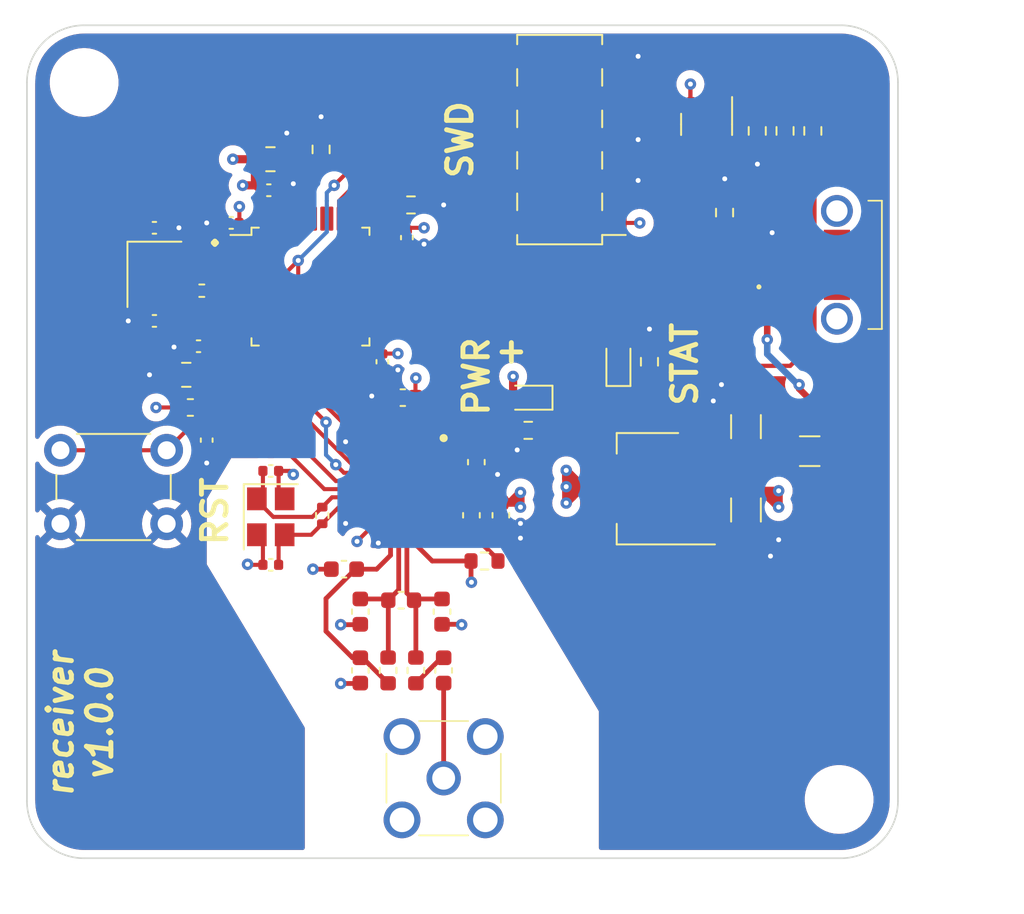
<source format=kicad_pcb>
(kicad_pcb (version 20211014) (generator pcbnew)
  (layers (0 "F.Cu" signal) (1 "In1.Cu" signal) (2 "In2.Cu" signal) (31 "B.Cu" signal) (34 "B.Paste" user) (35 "F.Paste" user) (36 "B.SilkS" user "B.Silkscreen") (37 "F.SilkS" user "F.Silkscreen") (38 "B.Mask" user) (39 "F.Mask" user) (44 "Edge.Cuts" user))
  (net 0 "")
  (net 1 "GND")
  (net 2 "+3V3")
  (net 3 "Net-(C2-Pad1)")
  (net 4 "Net-(C3-Pad2)")
  (net 5 "XC1")
  (net 6 "XC2")
  (net 7 "Net-(C12-Pad1)")
  (net 8 "Net-(C10-Pad2)")
  (net 9 "Net-(C11-Pad1)")
  (net 10 "Net-(C13-Pad1)")
  (net 11 "Net-(C13-Pad2)")
  (net 12 "OSC_IN")
  (net 13 "Net-(C20-Pad1)")
  (net 14 "+3.3VA")
  (net 15 "NRST")
  (net 16 "Net-(D1-Pad1)")
  (net 17 "Net-(D2-Pad1)")
  (net 18 "STATUS")
  (net 19 "+5V")
  (net 20 "TRX_CE")
  (net 21 "PWR_UP")
  (net 22 "UPCLK")
  (net 23 "CD")
  (net 24 "AM")
  (net 25 "DR")
  (net 26 "SPI_MISO")
  (net 27 "SPI_MOSI")
  (net 28 "SPI_SCK")
  (net 29 "SPI_CSN")
  (net 30 "Net-(IC1-Pad23)")
  (net 31 "TX_EN")
  (net 33 "USB_D-")
  (net 34 "USB_D+")
  (net 35 "Net-(J1-Pad4)")
  (net 36 "SWDIO")
  (net 37 "SWCLK")
  (net 38 "SWO")
  (net 41 "Net-(Q1-Pad1)")
  (net 42 "BOOT0")
  (net 43 "OSC_OUT")
  (net 44 "BOOT1")
  (net 45 "USB_PULLUP")
  (footprint "Button_Switch_THT:SW_PUSH_6mm" (layer "F.Cu") (at 118.05 62.02)
    (fp_text reference "SW1")
    (fp_text value "SW_Push")
  )
  (footprint "Package_QFP:LQFP-48_7x7mm_P0.5mm" (layer "F.Cu") (at 133.35 52)
    (fp_text reference "U1")
    (fp_text value "STM32F103C8Tx")
  )
  (footprint "Capacitor_SMD:C_0402_1005Metric" (layer "F.Cu") (at 139.25 49 -90)
    (fp_text reference "C15")
    (fp_text value "100n/0402")
  )
  (footprint "Capacitor_SMD:C_1206_3216Metric" (layer "F.Cu") (at 160 65.675 -90)
    (fp_text reference "C8")
    (fp_text value "22u/1206")
  )
  (footprint "Inductor_SMD:L_0603_1608Metric" (layer "F.Cu") (at 126 59.4)
    (fp_text reference "FB1")
    (fp_text value "100@100MHz/0603")
  )
  (footprint "Capacitor_SMD:C_0603_1608Metric" (layer "F.Cu") (at 135.4 69.3 180)
    (fp_text reference "C7")
    (fp_text value "3.3n/0603")
  )
  (footprint "Inductor_SMD:L_0603_1608Metric" (layer "F.Cu") (at 139.8 75.5 -90)
    (fp_text reference "L2")
    (fp_text value "12n/0603")
  )
  (footprint "LED_SMD:LED_0603_1608Metric" (layer "F.Cu") (at 146.675 58.8 180)
    (fp_text reference "D1")
    (fp_text value "RED")
  )
  (footprint "Resistor_SMD:R_0402_1005Metric" (layer "F.Cu") (at 126.7 52.25)
    (fp_text reference "R5")
    (fp_text value "47R/0402")
  )
  (footprint "Capacitor_SMD:C_0603_1608Metric" (layer "F.Cu") (at 141.4 71.9 90)
    (fp_text reference "C10")
    (fp_text value "3.9p/0603")
  )
  (footprint "Connector_PinHeader_2.54mm:PinHeader_2x05_P2.54mm_Vertical_SMD" (layer "F.Cu") (at 148.6 43 180)
    (fp_text reference "J3")
    (fp_text value "SWD")
  )
  (footprint "Resistor_SMD:R_0603_1608Metric" (layer "F.Cu") (at 144 68.8 180)
    (fp_text reference "R2")
    (fp_text value "22k/0603")
  )
  (footprint "Capacitor_SMD:C_0603_1608Metric" (layer "F.Cu") (at 139 58.797745)
    (fp_text reference "C1")
    (fp_text value "33p/0603")
  )
  (footprint "CONREVSMA001:CONREVSMA001G" (layer "F.Cu") (at 141.5 82.1)
    (fp_text reference "J2")
    (fp_text value "CONREVSMA001-G" hide)
  )
  (footprint "Capacitor_SMD:C_0402_1005Metric" (layer "F.Cu") (at 127 61.4 -90)
    (fp_text reference "C23")
    (fp_text value "100n/0402")
  )
  (footprint "Resistor_SMD:R_0603_1608Metric" (layer "F.Cu") (at 139.5 47)
    (fp_text reference "R6")
    (fp_text value "10k/0603")
  )
  (footprint "Fuse:Fuse_1206_3216Metric" (layer "F.Cu") (at 163.9 62.075 180)
    (fp_text reference "F1")
    (fp_text value "ASMD1206-050")
  )
  (footprint "Capacitor_SMD:C_0805_2012Metric" (layer "F.Cu") (at 130.9 44.2)
    (fp_text reference "C14")
    (fp_text value "10u/0805")
  )
  (footprint "Fiducial:Fiducial_1mm_Mask2mm" (layer "F.Cu") (at 165.7 75.2)
    (fp_text reference "FID2")
    (fp_text value "Fiducial")
  )
  (footprint "Capacitor_SMD:C_0603_1608Metric" (layer "F.Cu") (at 141.5 75.5 -90)
    (fp_text reference "C13")
    (fp_text value "33p/0603")
  )
  (footprint "Inductor_SMD:L_0603_1608Metric" (layer "F.Cu") (at 138.1 75.5 90)
    (fp_text reference "L3")
    (fp_text value "12n/0603")
  )
  (footprint "Capacitor_SMD:C_0402_1005Metric" (layer "F.Cu") (at 123.8 48.4)
    (fp_text reference "C19")
    (fp_text value "10p/0402")
  )
  (footprint "Resistor_SMD:R_0603_1608Metric" (layer "F.Cu") (at 146.675 60.8 180)
    (fp_text reference "R3")
    (fp_text value "1k5/0603")
  )
  (footprint "Resistor_SMD:R_0603_1608Metric" (layer "F.Cu") (at 164.09 42.4675 90)
    (fp_text reference "R9")
    (fp_text value "10k/0603")
  )
  (footprint "Capacitor_SMD:C_0402_1005Metric" (layer "F.Cu") (at 130.92 63.285)
    (fp_text reference "C4")
    (fp_text value "10p/0402")
  )
  (footprint "nrf905:nrf905" (layer "F.Cu") (at 139 64.15 -90)
    (fp_text reference "IC1")
    (fp_text value "nRF905" hide)
  )
  (footprint "Resistor_SMD:R_0402_1005Metric" (layer "F.Cu") (at 134.07 66.01 90)
    (fp_text reference "R1")
    (fp_text value "1M/0402")
  )
  (footprint "Inductor_SMD:L_0603_1608Metric" (layer "F.Cu") (at 138.9 71.2 180)
    (fp_text reference "L1")
    (fp_text value "12n/0603")
  )
  (footprint "Capacitor_SMD:C_0603_1608Metric" (layer "F.Cu") (at 136.4 71.9 -90)
    (fp_text reference "C11")
    (fp_text value "3.9p/0603")
  )
  (footprint "Package_TO_SOT_SMD:SOT-223-3_TabPin2" (layer "F.Cu") (at 154 64.375 180)
    (fp_text reference "U2")
    (fp_text value "AMS1117-3.3")
  )
  (footprint "Resistor_SMD:R_0603_1608Metric" (layer "F.Cu") (at 154.09375 56.6 90)
    (fp_text reference "R7")
    (fp_text value "1k5/0603")
  )
  (footprint "Crystal:Crystal_SMD_3225-4Pin_3.2x2.5mm" (layer "F.Cu") (at 123.8 51.25 -90)
    (fp_text reference "X2")
    (fp_text value "16MHZ")
  )
  (footprint "Capacitor_SMD:C_0603_1608Metric" (layer "F.Cu") (at 143.2 66 -90)
    (fp_text reference "C6")
    (fp_text value "33p/0603")
  )
  (footprint "Capacitor_SMD:C_0402_1005Metric" (layer "F.Cu") (at 123.8 54.1 180)
    (fp_text reference "C20")
    (fp_text value "10p/0402")
  )
  (footprint "Capacitor_SMD:C_0603_1608Metric" (layer "F.Cu") (at 136.4 75.5 -90)
    (fp_text reference "C12")
    (fp_text value "33p/0603")
  )
  (footprint "MountingHole:MountingHole_3.2mm_M3" (layer "F.Cu") (at 119.5 39.5)
    (fp_text reference "H1")
    (fp_text value "MountingHole")
  )
  (footprint "Capacitor_SMD:C_0402_1005Metric" (layer "F.Cu") (at 126.5 55.65 180)
    (fp_text reference "C22")
    (fp_text value "10n/0402")
  )
  (footprint "10118193-0001LF:101181930001LF" (layer "F.Cu") (at 165.49 50.6675 90)
    (fp_text reference "J1")
    (fp_text value "USB_B_Micro" hide)
  )
  (footprint "Crystal:Crystal_SMD_3225-4Pin_3.2x2.5mm" (layer "F.Cu") (at 130.92 66.095 -90)
    (fp_text reference "X1")
    (fp_text value "16MHZ")
  )
  (footprint "Capacitor_SMD:C_0805_2012Metric" (layer "F.Cu") (at 125.75 57.4 180)
    (fp_text reference "C21")
    (fp_text value "10u/0805")
  )
  (footprint "Resistor_SMD:R_0603_1608Metric" (layer "F.Cu") (at 160.69 42.4675 -90)
    (fp_text reference "R10")
    (fp_text value "36k/0603")
  )
  (footprint "Capacitor_SMD:C_0603_1608Metric" (layer "F.Cu") (at 143.5 62.747745 90)
    (fp_text reference "C3")
    (fp_text value "10n/0603")
  )
  (footprint "Package_TO_SOT_SMD:SOT-23" (layer "F.Cu") (at 157.59 42.0675 -90)
    (fp_text reference "Q1")
    (fp_text value "MMBT9013")
  )
  (footprint "Resistor_SMD:R_0603_1608Metric" (layer "F.Cu") (at 158.69 47.4675 90)
    (fp_text reference "R8")
    (fp_text value "100R/0603")
  )
  (footprint "Capacitor_SMD:C_0402_1005Metric" (layer "F.Cu") (at 128.5 48.1 180)
    (fp_text reference "C18")
    (fp_text value "100n/0402")
  )
  (footprint "Fiducial:Fiducial_1mm_Mask2mm" (layer "F.Cu") (at 126.9 39.4)
    (fp_text reference "FID1")
    (fp_text value "Fiducial")
  )
  (footprint "Capacitor_SMD:C_0402_1005Metric" (layer "F.Cu") (at 130.8 46.1)
    (fp_text reference "C17")
    (fp_text value "100n/0402")
  )
  (footprint "Resistor_SMD:R_0603_1608Metric" (layer "F.Cu") (at 134 43.6 90)
    (fp_text reference "R4")
    (fp_text value "10k/0603")
  )
  (footprint "Resistor_SMD:R_0603_1608Metric" (layer "F.Cu") (at 162.39 42.4675 -90)
    (fp_text reference "R11")
    (fp_text value "100R/0603")
  )
  (footprint "LED_SMD:LED_0603_1608Metric" (layer "F.Cu") (at 152.19375 56.6 90)
    (fp_text reference "D2")
    (fp_text value "RED")
  )
  (footprint "Capacitor_SMD:C_1206_3216Metric" (layer "F.Cu") (at 160 60.575 90)
    (fp_text reference "C2")
    (fp_text value "22u/1206")
  )
  (footprint "Capacitor_SMD:C_0402_1005Metric" (layer "F.Cu") (at 130.92 69.035 180)
    (fp_text reference "C5")
    (fp_text value "10p/0402")
  )
  (footprint "MountingHole:MountingHole_3.2mm_M3" (layer "F.Cu") (at 165.7 83.4)
    (fp_text reference "H3")
    (fp_text value "MountingHole")
  )
  (footprint "Capacitor_SMD:C_0402_1005Metric" (layer "F.Cu") (at 137.75 56.6 -90)
    (fp_text reference "C16")
    (fp_text value "100n/0402")
  )
  (footprint "Capacitor_SMD:C_0603_1608Metric" (layer "F.Cu") (at 145 66 -90)
    (fp_text reference "C9")
    (fp_text value "4.7n/0603")
  )
  (gr_line (start 119.5 87) (end 165.8 87) (layer "Edge.Cuts") (width 0.1))
  (gr_arc (start 116 39.5) (mid 117.025126 37.025126) (end 119.5 36) (layer "Edge.Cuts") (width 0.1))
  (gr_line (start 116 39.5) (end 116 83.5) (layer "Edge.Cuts") (width 0.1))
  (gr_arc (start 119.5 87) (mid 117.025126 85.974874) (end 116 83.5) (layer "Edge.Cuts") (width 0.1))
  (gr_arc (start 165.8 36) (mid 168.274874 37.025126) (end 169.3 39.5) (layer "Edge.Cuts") (width 0.1))
  (gr_line (start 165.8 36) (end 119.5 36) (layer "Edge.Cuts") (width 0.1))
  (gr_arc (start 169.3 83.5) (mid 168.274874 85.974874) (end 165.8 87) (layer "Edge.Cuts") (width 0.1))
  (gr_line (start 169.3 83.5) (end 169.3 39.5) (layer "Edge.Cuts") (width 0.1))
  (gr_text "PWR" (at 143.5 57.5 90) (layer "F.SilkS") (effects (font (size 1.5 1.5) (thickness 0.3))))
  (gr_text "RST" (at 127.5 65.75 90) (layer "F.SilkS") (effects (font (size 1.5 1.5) (thickness 0.3))))
  (gr_text "receiver\nv1.0.0" (at 119.25 78.75 90) (layer "F.SilkS") (effects (font (size 1.5 1.5) (thickness 0.3) italic)))
  (gr_text "SWD" (at 142.5 43 90) (layer "F.SilkS") (effects (font (size 1.5 1.5) (thickness 0.3))))
  (gr_text "." (at 127.5 48.5) (layer "F.SilkS") (effects (font (size 2 2) (thickness 0.3))))
  (gr_text "STAT" (at 156.25 56.75 90) (layer "F.SilkS") (effects (font (size 1.5 1.5) (thickness 0.3))))
  (gr_text "+" (at 145.75 56 270) (layer "F.SilkS") (effects (font (size 1.5 1.5) (thickness 0.3))))
  (segment (start 131.9 44.15) (end 131.85 44.2) (width 0.5) (layer "F.Cu") (net 1))
  (segment (start 161.5 68.5) (end 161.5 68) (width 0.5) (layer "F.Cu") (net 1))
  (segment (start 124.28 49.78) (end 124.65 50.15) (width 0.25) (layer "F.Cu") (net 1))
  (segment (start 160.35 67.5) (end 160 67.15) (width 0.5) (layer "F.Cu") (net 1))
  (segment (start 135.6 56.1625) (end 135.6 56.965006) (width 0.25) (layer "F.Cu") (net 1))
  (segment (start 138.75 61.7) (end 138.75 59.322745) (width 0.25) (layer "F.Cu") (net 1))
  (segment (start 128.249276 52.75) (end 126.02 54.979276) (width 0.25) (layer "F.Cu") (net 1))
  (segment (start 160 67.15) (end 157.625 67.15) (width 0.5) (layer "F.Cu") (net 1))
  (segment (start 131.9 42.6) (end 131.9 44.15) (width 0.5) (layer "F.Cu") (net 1))
  (segment (start 144.777255 63.522745) (end 144.8 63.5) (width 0.25) (layer "F.Cu") (net 1))
  (segment (start 132.3 45.7) (end 131.68 45.7) (width 0.5) (layer "F.Cu") (net 1))
  (segment (start 137.1 58.7) (end 138.127255 58.7) (width 0.25) (layer "F.Cu") (net 1))
  (segment (start 143.5 63.522745) (end 144.777255 63.522745) (width 0.25) (layer "F.Cu") (net 1))
  (segment (start 135.6 56.965006) (end 135.934994 57.3) (width 0.25) (layer "F.Cu") (net 1))
  (segment (start 131.1 47.8375) (end 131.1 46.28) (width 0.25) (layer "F.Cu") (net 1))
  (segment (start 135.2 72.7) (end 136.375 72.7) (width 0.29337) (layer "F.Cu") (net 1))
  (segment (start 137.75 57.08) (end 138.68 57.08) (width 0.25) (layer "F.Cu") (net 1))
  (segment (start 151.165 45.5) (end 151.125 45.54) (width 0.25) (layer "F.Cu") (net 1))
  (segment (start 131.85 44.2) (end 131.85 45.53) (width 0.5) (layer "F.Cu") (net 1))
  (segment (start 141.45 63.4) (end 143.377255 63.4) (width 0.25) (layer "F.Cu") (net 1))
  (segment (start 141.4 72.675) (end 142.575 72.675) (width 0.29337) (layer "F.Cu") (net 1))
  (segment (start 139.75 66.6) (end 139.75 67.75) (width 0.29337) (layer "F.Cu") (net 1))
  (segment (start 143.175 70.075) (end 143.2 70.1) (width 0.29337) (layer "F.Cu") (net 1))
  (segment (start 124.28 48.4) (end 124.28 49.78) (width 0.25) (layer "F.Cu") (net 1))
  (segment (start 153.4 37.9) (end 151.145 37.9) (width 0.25) (layer "F.Cu") (net 1))
  (segment (start 135.934994 57.3) (end 137.53 57.3) (width 0.25) (layer "F.Cu") (net 1))
  (segment (start 151.145 37.9) (end 151.125 37.92) (width 0.25) (layer "F.Cu") (net 1))
  (segment (start 129.535 69.035) (end 129.5 69) (width 0.25) (layer "F.Cu") (net 1))
  (segment (start 125 55.7) (end 125.97 55.7) (width 0.25) (layer "F.Cu") (net 1))
  (segment (start 138.68 57.08) (end 138.7 57.1) (width 0.25) (layer "F.Cu") (net 1))
  (segment (start 136.55 65.9) (end 136.1 65.9) (width 0.25) (layer "F.Cu") (net 1))
  (segment (start 129.1875 52.75) (end 128.249276 52.75) (width 0.25) (layer "F.Cu") (net 1))
  (segment (start 158.69 46.6425) (end 158.69 45.41) (width 0.261112) (layer "F.Cu") (net 1))
  (segment (start 123.32 54.1) (end 123.32 52.72) (width 0.25) (layer "F.Cu") (net 1))
  (segment (start 145.925 66.775) (end 146.2 66.5) (width 0.5) (layer "F.Cu") (net 1))
  (segment (start 154.09375 55.775) (end 154.09375 54.6) (width 0.25) (layer "F.Cu") (net 1))
  (segment (start 139.33 49.4) (end 139.25 49.48) (width 0.25) (layer "F.Cu") (net 1))
  (segment (start 140.75 66.6) (end 144.825 66.6) (width 0.25) (layer "F.Cu") (net 1))
  (segment (start 130.44 69.035) (end 130.44 67.565) (width 0.25) (layer "F.Cu") (net 1))
  (segment (start 131.85 45.53) (end 131.28 46.1) (width 0.5) (layer "F.Cu") (net 1))
  (segment (start 162.89 49.3675) (end 162.2675 49.3675) (width 0.261112) (layer "F.Cu") (net 1))
  (segment (start 124.28 48.4) (end 125.3 48.4) (width 0.25) (layer "F.Cu") (net 1))
  (segment (start 131.4 63.285) (end 132.085 63.285) (width 0.25) (layer "F.Cu") (net 1))
  (segment (start 137.75 67.45) (end 137.5 67.7) (width 0.25) (layer "F.Cu") (net 1))
  (segment (start 158.5 58) (end 158.5 58.5) (width 0.5) (layer "F.Cu") (net 1))
  (segment (start 131.4 64.625) (end 131.77 64.995) (width 0.25) (layer "F.Cu") (net 1))
  (segment (start 133.5 69.3) (end 134.625 69.3) (width 0.29337) (layer "F.Cu") (net 1))
  (segment (start 137.5125 49.75) (end 138.98 49.75) (width 0.25) (layer "F.Cu") (net 1))
  (segment (start 153.4 45.5) (end 151.165 45.5) (width 0.25) (layer "F.Cu") (net 1))
  (segment (start 127 48.1) (end 128.02 48.1) (width 0.25) (layer "F.Cu") (net 1))
  (segment (start 160 59.1) (end 159.9 59) (width 0.5) (layer "F.Cu") (net 1))
  (segment (start 136.4 62.4) (end 135.5 61.5) (width 0.25) (layer "F.Cu") (net 1))
  (segment (start 137.75 66.6) (end 137.75 67.45) (width 0.3) (layer "F.Cu") (net 1))
  (segment (start 160.65 67.15) (end 160 67.15) (width 0.5) (layer "F.Cu") (net 1))
  (segment (start 130.44 67.565) (end 130.07 67.195) (width 0.25) (layer "F.Cu") (net 1))
  (segment (start 134 41.6) (end 134 42.775) (width 0.25) (layer "F.Cu") (net 1))
  (segment (start 138.98 49.75) (end 139.25 49.48) (width 0.25) (layer "F.Cu") (net 1))
  (segment (start 136.1 65.9) (end 135.5 66.5) (width 0.25) (layer "F.Cu") (net 1))
  (segment (start 162 67.5) (end 162 68) (width 0.5) (layer "F.Cu") (net 1))
  (segment (start 157.625 67.15) (end 157.15 66.675) (width 0.5) (layer "F.Cu") (net 1))
  (segment (start 162 67.5) (end 160.35 67.5) (width 0.5) (layer "F.Cu") (net 1))
  (segment (start 146.2 66.5) (end 146.2 67.4) (width 0.5) (layer "F.Cu") (net 1))
  (segment (start 143.175 68.8) (end 143.175 70.075) (width 0.29337) (layer "F.Cu") (net 1))
  (segment (start 123.5 57.4) (end 124.8 57.4) (width 0.25) (layer "F.Cu") (net 1))
  (segment (start 138.75 59.322745) (end 138.225 58.797745) (width 0.25) (layer "F.Cu") (net 1))
  (segment (start 146 62) (end 146 60.95) (width 0.5) (layer "F.Cu") (net 1))
  (segment (start 159.9 59) (end 158.5 59) (width 0.5) (layer "F.Cu") (net 1))
  (segment (start 144.825 66.6) (end 145 66.775) (width 0.25) (layer "F.Cu") (net 1))
  (segment (start 142.575 72.675) (end 142.6 72.7) (width 0.29337) (layer "F.Cu") (net 1))
  (segment (start 136.375 72.7) (end 136.4 72.675) (width 0.29337) (layer "F.Cu") (net 1))
  (segment (start 159 59) (end 159.9 59) (width 0.5) (layer "F.Cu") (net 1))
  (segment (start 162 68) (end 161.5 68.5) (width 0.5) (layer "F.Cu") (net 1))
  (segment (start 125.97 55.7) (end 126.02 55.65) (width 0.25) (layer "F.Cu") (net 1))
  (segment (start 141.45 65.4) (end 141.45 63.4) (width 0.25) (layer "F.Cu") (net 1))
  (segment (start 145 66.775) (end 145.475 66.775) (width 0.5) (layer "F.Cu") (net 1))
  (segment (start 161.5 68) (end 162 67.5) (width 0.5) (layer "F.Cu") (net 1))
  (segment (start 145.475 66.775) (end 146.1 67.4) (width 0.5) (layer "F.Cu") (net 1))
  (segment (start 140.8 68.8) (end 143.175 68.8) (width 0.29337) (layer "F.Cu") (net 1))
  (segment (start 158.5 58) (end 159 58.5) (width 0.5) (layer "F.Cu") (net 1))
  (segment (start 122.2 54.1) (end 123.32 54.1) (width 0.25) (layer "F.Cu") (net 1))
  (segment (start 158 59) (end 158.5 59) (width 0.5) (layer "F.Cu") (net 1))
  (segment (start 138.127255 58.7) (end 138.225 58.797745) (width 0.25) (layer "F.Cu") (net 1))
  (segment (start 132.085 63.285) (end 132.3 63.5) (width 0.25) (layer "F.Cu") (net 1))
  (segment (start 126.02 54.979276) (end 126.02 55.65) (width 0.25) (layer "F.Cu") (net 1))
  (segment (start 158.5 58.5) (end 159 59) (width 0.5) (layer "F.Cu") (net 1))
  (segment (start 127 61.88) (end 127 62.8) (width 0.25) (layer "F.Cu") (net 1))
  (segment (start 143.377255 63.4) (end 143.5 63.522745) (width 0.25) (layer "F.Cu") (net 1))
  (segment (start 136.375 76.3) (end 136.4 76.275) (width 0.29337) (layer "F.Cu") (net 1))
  (segment (start 145 66.775) (end 145.925 66.775) (width 0.5) (layer "F.Cu") (net 1))
  (segment (start 161.5 68) (end 160.65 67.15) (width 0.5) (layer "F.Cu") (net 1))
  (segment (start 159 58.5) (end 159 59) (width 0.5) (layer "F.Cu") (net 1))
  (segment (start 158.5 59) (end 159 59) (width 0.5) (layer "F.Cu") (net 1))
  (segment (start 136.55 62.4) (end 136.4 62.4) (width 0.25) (layer "F.Cu") (net 1))
  (segment (start 158.5 58.5) (end 158 59) (width 0.5) (layer "F.Cu") (net 1))
  (segment (start 146 60.95) (end 145.85 60.8) (width 0.5) (layer "F.Cu") (net 1))
  (segment (start 160.69 43.2925) (end 160.69 44.49) (width 0.261112) (layer "F.Cu") (net 1))
  (segment (start 130.44 69.035) (end 129.535 69.035) (width 0.25) (layer "F.Cu") (net 1))
  (segment (start 140.3 49.4) (end 139.33 49.4) (width 0.25) (layer "F.Cu") (net 1))
  (segment (start 139.75 67.75) (end 140.8 68.8) (width 0.29337) (layer "F.Cu") (net 1))
  (segment (start 137.53 57.3) (end 137.75 57.08) (width 0.25) (layer "F.Cu") (net 1))
  (segment (start 140.325 47) (end 141.5 47) (width 0.25) (layer "F.Cu") (net 1))
  (segment (start 153.4 43) (end 151.125 43) (width 0.25) (layer "F.Cu") (net 1))
  (segment (start 131.4 63.285) (end 131.4 64.625) (width 0.25) (layer "F.Cu") (net 1))
  (segment (start 160.69 44.49) (end 160.7 44.5) (width 0.261112) (layer "F.Cu") (net 1))
  (segment (start 131.1 46.28) (end 131.28 46.1) (width 0.25) (layer "F.Cu") (net 1))
  (segment (start 123.32 52.72) (end 122.95 52.35) (width 0.25) (layer "F.Cu") (net 1))
  (segment (start 131.68 45.7) (end 131.28 46.1) (width 0.5) (layer "F.Cu") (net 1))
  (segment (start 146.1 67.4) (end 146.2 67.4) (width 0.5) (layer "F.Cu") (net 1))
  (segment (start 135.2 76.3) (end 136.375 76.3) (width 0.29337) (layer "F.Cu") (net 1))
  (segment (start 162.2675 49.3675) (end 161.6 48.7) (width 0.261112) (layer "F.Cu") (net 1))
  (segment (start 158.69 45.41) (end 158.7 45.4) (width 0.261112) (layer "F.Cu") (net 1))
  (via (at 137.1 58.7) (size 0.7) (drill 0.3) (layers "F.Cu" "B.Cu") (net 1))
  (via (at 146 62) (size 0.7) (drill 0.3) (layers "F.Cu" "B.Cu") (net 1))
  (via (at 158.5 58) (size 0.7) (drill 0.3) (layers "F.Cu" "B.Cu") (net 1))
  (via (at 138.7 57.1) (size 0.7) (drill 0.3) (layers "F.Cu" "B.Cu") (net 1))
  (via (at 132.3 63.5) (size 0.7) (drill 0.3) (layers "F.Cu" "B.Cu") (net 1))
  (via (at 153.4 45.5) (size 0.7) (drill 0.3) (layers "F.Cu" "B.Cu") (net 1))
  (via (at 140.3 49.4) (size 0.7) (drill 0.3) (layers "F.Cu" "B.Cu") (net 1))
  (via (at 146.2 66.5) (size 0.7) (drill 0.3) (layers "F.Cu" "B.Cu") (net 1))
  (via (at 129.5 69) (size 0.7) (drill 0.3) (layers "F.Cu" "B.Cu") (net 1))
  (via (at 137.5 67.7) (size 0.7) (drill 0.3) (layers "F.Cu" "B.Cu") (net 1))
  (via (at 133.5 69.3) (size 0.7) (drill 0.3) (layers "F.Cu" "B.Cu") (net 1))
  (via (at 160.7 44.5) (size 0.7) (drill 0.3) (layers "F.Cu" "B.Cu") (net 1))
  (via (at 125.3 48.4) (size 0.7) (drill 0.3) (layers "F.Cu" "B.Cu") (net 1))
  (via (at 122.2 54.1) (size 0.7) (drill 0.3) (layers "F.Cu" "B.Cu") (net 1))
  (via (at 135.5 66.5) (size 0.7) (drill 0.3) (layers "F.Cu" "B.Cu") (net 1))
  (via (at 134 41.6) (size 0.7) (drill 0.3) (layers "F.Cu" "B.Cu") (net 1))
  (via (at 162 67.5) (size 0.7) (drill 0.3) (layers "F.Cu" "B.Cu") (net 1))
  (via (at 143.2 70.1) (size 0.7) (drill 0.3) (layers "F.Cu" "B.Cu") (net 1))
  (via (at 142.6 72.7) (size 0.7) (drill 0.3) (layers "F.Cu" "B.Cu") (net 1))
  (via (at 132.3 45.7) (size 0.7) (drill 0.3) (layers "F.Cu" "B.Cu") (net 1))
  (via (at 131.9 42.6) (size 0.7) (drill 0.3) (layers "F.Cu" "B.Cu") (net 1))
  (via (at 158 59) (size 0.7) (drill 0.3) (layers "F.Cu" "B.Cu") (net 1))
  (via (at 144.8 63.5) (size 0.7) (drill 0.3) (layers "F.Cu" "B.Cu") (net 1))
  (via (at 135.2 76.3) (size 0.7) (drill 0.3) (layers "F.Cu" "B.Cu") (net 1))
  (via (at 135.5 61.5) (size 0.7) (drill 0.3) (layers "F.Cu" "B.Cu") (net 1))
  (via (at 154.09375 54.6) (size 0.7) (drill 0.3) (layers "F.Cu" "B.Cu") (net 1))
  (via (at 125 55.7) (size 0.7) (drill 0.3) (layers "F.Cu" "B.Cu") (net 1))
  (via (at 153.4 37.9) (size 0.7) (drill 0.3) (layers "F.Cu" "B.Cu") (net 1))
  (via (at 146.2 67.4) (size 0.7) (drill 0.3) (layers "F.Cu" "B.Cu") (net 1))
  (via (at 127 48.1) (size 0.7) (drill 0.3) (layers "F.Cu" "B.Cu") (net 1))
  (via (at 153.4 43) (size 0.7) (drill 0.3) (layers "F.Cu" "B.Cu") (net 1))
  (via (at 141.5 47) (size 0.7) (drill 0.3) (layers "F.Cu" "B.Cu") (net 1))
  (via (at 123.5 57.4) (size 0.7) (drill 0.3) (layers "F.Cu" "B.Cu") (net 1))
  (via (at 158.7 45.4) (size 0.7) (drill 0.3) (layers "F.Cu" "B.Cu") (net 1))
  (via (at 135.2 72.7) (size 0.7) (drill 0.3) (layers "F.Cu" "B.Cu") (net 1))
  (via (at 127 62.8) (size 0.7) (drill 0.3) (layers "F.Cu" "B.Cu") (net 1))
  (via (at 161.6 48.7) (size 0.7) (drill 0.3) (layers "F.Cu" "B.Cu") (net 1))
  (via (at 161.5 68.5) (size 0.7) (drill 0.3) (layers "F.Cu" "B.Cu") (net 1))
  (segment (start 130.02 45.8) (end 130.32 46.1) (width 0.5) (layer "F.Cu") (net 2))
  (segment (start 136.1 56.1625) (end 137.7075 56.1625) (width 0.25) (layer "F.Cu") (net 2))
  (segment (start 150.125 64.375) (end 150.85 64.375) (width 0.5) (layer "F.Cu") (net 2))
  (segment (start 129.95 45.73) (end 130.32 46.1) (width 0.5) (layer "F.Cu") (net 2))
  (segment (start 149 63.75) (end 149.375 64.125) (width 0.5) (layer "F.Cu") (net 2))
  (segment (start 130.6 46.38) (end 130.32 46.1) (width 0.25) (layer "F.Cu") (net 2))
  (segment (start 139.25 59.322745) (end 139.775 58.797745) (width 0.25) (layer "F.Cu") (net 2))
  (segment (start 137.5125 49.25) (end 137.95 49.25) (width 0.25) (layer "F.Cu") (net 2))
  (segment (start 149 64.25) (end 150.725 64.25) (width 0.5) (layer "F.Cu") (net 2))
  (segment (start 150.725 64.25) (end 150.85 64.375) (width 0.5) (layer "F.Cu") (net 2))
  (segment (start 145.925 65.225) (end 146.2 65.5) (width 0.5) (layer "F.Cu") (net 2))
  (segment (start 159.825 64.375) (end 160 64.2) (width 0.5) (layer "F.Cu") (net 2))
  (segment (start 162 64.5) (end 160.3 64.5) (width 0.5) (layer "F.Cu") (net 2))
  (segment (start 137.25 66.6) (end 137.2 66.6) (width 0.25) (layer "F.Cu") (net 2))
  (segment (start 149 65.25) (end 149.375 64.875) (width 0.5) (layer "F.Cu") (net 2))
  (segment (start 149 63.25) (end 149 65.25) (width 0.5) (layer "F.Cu") (net 2))
  (segment (start 145.575 65.225) (end 146.2 64.6) (width 0.5) (layer "F.Cu") (net 2))
  (segment (start 149.75 64.25) (end 150.725 64.25) (width 0.5) (layer "F.Cu") (net 2))
  (segment (start 128.6 44.2) (end 129.95 44.2) (width 0.5) (layer "F.Cu") (net 2))
  (segment (start 138.7 56.1) (end 137.77 56.1) (width 0.25) (layer "F.Cu") (net 2))
  (segment (start 123.9 59.4) (end 125.2125 59.4) (width 0.25) (layer "F.Cu") (net 2))
  (segment (start 162 65.5) (end 162 64.5) (width 0.5) (layer "F.Cu") (net 2))
  (segment (start 162 64.5) (end 161.5 65) (width 0.5) (layer "F.Cu") (net 2))
  (segment (start 128.98 48.1) (end 128.98 49.0425) (width 0.25) (layer "F.Cu") (net 2))
  (segment (start 137.2 66.6) (end 136.2 67.6) (width 0.25) (layer "F.Cu") (net 2))
  (segment (start 160.3 64.5) (end 160 64.2) (width 0.5) (layer "F.Cu") (net 2))
  (segment (start 149.375 64.125) (end 149.375 64.875) (width 0.5) (layer "F.Cu") (net 2))
  (segment (start 139.25 61.7) (end 139.25 59.322745) (width 0.25) (layer "F.Cu") (net 2))
  (segment (start 149 63.25) (end 149 63.75) (width 0.5) (layer "F.Cu") (net 2))
  (segment (start 140.3 48.4) (end 139.37 48.4) (width 0.25) (layer "F.Cu") (net 2))
  (segment (start 151.145 48.1) (end 151.125 48.08) (width 0.25) (layer "F.Cu") (net 2))
  (segment (start 149.375 64.875) (end 149.75 64.5) (width 0.5) (layer "F.Cu") (net 2))
  (segment (start 137.95 49.25) (end 138.68 48.52) (width 0.25) (layer "F.Cu") (net 2))
  (segment (start 161.5 65) (end 160.7 64.2) (width 0.5) (layer "F.Cu") (net 2))
  (segment (start 149 63.25) (end 150.125 64.375) (width 0.5) (layer "F.Cu") (net 2))
  (segment (start 130.6 47.8375) (end 130.6 46.38) (width 0.25) (layer "F.Cu") (net 2))
  (segment (start 145.75 58.6625) (end 145.8875 58.8) (width 0.5) (layer "F.Cu") (net 2))
  (segment (start 162 65.5) (end 161.5 65) (width 0.5) (layer "F.Cu") (net 2))
  (segment (start 160.7 64.2) (end 160 64.2) (width 0.5) (layer "F.Cu") (net 2))
  (segment (start 146.2 65.5) (end 146.2 64.6) (width 0.5) (layer "F.Cu") (net 2))
  (segment (start 137.77 56.1) (end 137.75 56.12) (width 0.25) (layer "F.Cu") (net 2))
  (segment (start 129.95 44.2) (end 129.95 45.73) (width 0.5) (layer "F.Cu") (net 2))
  (segment (start 139.775 57.625) (end 139.8 57.6) (width 0.25) (layer "F.Cu") (net 2))
  (segment (start 139.37 48.4) (end 139.25 48.52) (width 0.25) (layer "F.Cu") (net 2))
  (segment (start 145 65.225) (end 145.575 65.225) (width 0.5) (layer "F.Cu") (net 2))
  (segment (start 145.75 57.5) (end 145.75 58.6625) (width 0.5) (layer "F.Cu") (net 2))
  (segment (start 138.68 48.52) (end 139.25 48.52) (width 0.25) (layer "F.Cu") (net 2))
  (segment (start 156.6 41.09) (end 156.64 41.13) (width 0.261112) (layer "F.Cu") (net 2))
  (segment (start 145 65.225) (end 145.925 65.225) (width 0.5) (layer "F.Cu") (net 2))
  (segment (start 156.6 39.6) (end 156.6 41.09) (width 0.261112) (layer "F.Cu") (net 2))
  (segment (start 142.525 65.9) (end 143.2 65.225) (width 0.25) (layer "F.Cu") (net 2))
  (segment (start 129 47.1) (end 129 48.08) (width 0.25) (layer "F.Cu") (net 2))
  (segment (start 128.98 49.0425) (end 129.1875 49.25) (width 0.25) (layer "F.Cu") (net 2))
  (segment (start 137.7075 56.1625) (end 137.75 56.12) (width 0.25) (layer "F.Cu") (net 2))
  (segment (start 143.2 65.225) (end 145 65.225) (width 0.25) (layer "F.Cu") (net 2))
  (segment (start 157.15 64.375) (end 159.825 64.375) (width 0.5) (layer "F.Cu") (net 2))
  (segment (start 129.2 45.8) (end 130.02 45.8) (width 0.5) (layer "F.Cu") (net 2))
  (segment (start 129 48.08) (end 128.98 48.1) (width 0.25) (layer "F.Cu") (net 2))
  (segment (start 153.5 48.1) (end 151.145 48.1) (width 0.25) (layer "F.Cu") (net 2))
  (segment (start 141.45 65.9) (end 142.525 65.9) (width 0.25) (layer "F.Cu") (net 2))
  (segment (start 149.75 64.5) (end 149.75 64.25) (width 0.5) (layer "F.Cu") (net 2))
  (segment (start 139.775 58.797745) (end 139.775 57.625) (width 0.25) (layer "F.Cu") (net 2))
  (via (at 138.7 56.1) (size 0.7) (drill 0.3) (layers "F.Cu" "B.Cu") (net 2))
  (via (at 136.2 67.6) (size 0.7) (drill 0.3) (layers "F.Cu" "B.Cu") (net 2))
  (via (at 149 64.25) (size 0.7) (drill 0.3) (layers "F.Cu" "B.Cu") (net 2))
  (via (at 145.75 57.5) (size 0.7) (drill 0.3) (layers "F.Cu" "B.Cu") (net 2))
  (via (at 123.9 59.4) (size 0.7) (drill 0.3) (layers "F.Cu" "B.Cu") (net 2))
  (via (at 162 65.5) (size 0.7) (drill 0.3) (layers "F.Cu" "B.Cu") (net 2))
  (via (at 153.5 48.1) (size 0.7) (drill 0.3) (layers "F.Cu" "B.Cu") (net 2))
  (via (at 156.6 39.6) (size 0.7) (drill 0.3) (layers "F.Cu" "B.Cu") (net 2))
  (via (at 146.2 65.5) (size 0.7) (drill 0.3) (layers "F.Cu" "B.Cu") (net 2))
  (via (at 129 47.1) (size 0.7) (drill 0.3) (layers "F.Cu" "B.Cu") (net 2))
  (via (at 129.2 45.8) (size 0.7) (drill 0.3) (layers "F.Cu" "B.Cu") (net 2))
  (via (at 162 64.5) (size 0.7) (drill 0.3) (layers "F.Cu" "B.Cu") (net 2))
  (via (at 149 63.25) (size 0.7) (drill 0.3) (layers "F.Cu" "B.Cu") (net 2))
  (via (at 149 65.25) (size 0.7) (drill 0.3) (layers "F.Cu" "B.Cu") (net 2))
  (via (at 139.8 57.6) (size 0.7) (drill 0.3) (layers "F.Cu" "B.Cu") (net 2))
  (via (at 128.6 44.2) (size 0.7) (drill 0.3) (layers "F.Cu" "B.Cu") (net 2))
  (via (at 140.3 48.4) (size 0.7) (drill 0.3) (layers "F.Cu" "B.Cu") (net 2))
  (via (at 146.2 64.6) (size 0.7) (drill 0.3) (layers "F.Cu" "B.Cu") (net 2))
  (segment (start 157.15 62.075) (end 159.975 62.075) (width 0.5) (layer "F.Cu") (net 3))
  (segment (start 162.5 62.075) (end 160.025 62.075) (width 0.5) (layer "F.Cu") (net 3))
  (segment (start 160.025 62.075) (end 160 62.05) (width 0.5) (layer "F.Cu") (net 3))
  (segment (start 159.975 62.075) (end 160 62.05) (width 0.5) (layer "F.Cu") (net 3))
  (segment (start 141.45 62.9) (end 142.572745 62.9) (width 0.25) (layer "F.Cu") (net 4))
  (segment (start 142.572745 62.9) (end 143.5 61.972745) (width 0.25) (layer "F.Cu") (net 4))
  (segment (start 133.47 66.1) (end 131.075 66.1) (width 0.25) (layer "F.Cu") (net 5))
  (segment (start 130.07 65.095) (end 130.07 64.995) (width 0.25) (layer "F.Cu") (net 5))
  (segment (start 134.67 64.9) (end 134.07 65.5) (width 0.25) (layer "F.Cu") (net 5))
  (segment (start 136.55 64.9) (end 134.67 64.9) (width 0.25) (layer "F.Cu") (net 5))
  (segment (start 130.44 64.625) (end 130.07 64.995) (width 0.25) (layer "F.Cu") (net 5))
  (segment (start 134.07 65.5) (end 133.47 66.1) (width 0.25) (layer "F.Cu") (net 5))
  (segment (start 130.44 63.285) (end 130.44 64.625) (width 0.25) (layer "F.Cu") (net 5))
  (segment (start 131.075 66.1) (end 130.07 65.095) (width 0.25) (layer "F.Cu") (net 5))
  (segment (start 133.395 67.195) (end 131.77 67.195) (width 0.25) (layer "F.Cu") (net 6))
  (segment (start 135.19 65.4) (end 134.07 66.52) (width 0.25) (layer "F.Cu") (net 6))
  (segment (start 131.4 67.565) (end 131.77 67.195) (width 0.25) (layer "F.Cu") (net 6))
  (segment (start 136.55 65.4) (end 135.19 65.4) (width 0.25) (layer "F.Cu") (net 6))
  (segment (start 134.07 66.52) (end 133.395 67.195) (width 0.25) (layer "F.Cu") (net 6))
  (segment (start 131.4 69.035) (end 131.4 67.565) (width 0.25) (layer "F.Cu") (net 6))
  (segment (start 136.4 74.725) (end 136.5375 74.725) (width 0.29337) (layer "F.Cu") (net 7))
  (segment (start 137.4 69.3) (end 136.175 69.3) (width 0.29337) (layer "F.Cu") (net 7))
  (segment (start 136.5375 74.725) (end 138.1 76.2875) (width 0.29337) (layer "F.Cu") (net 7))
  (segment (start 136.1 69.3) (end 134.3 71.1) (width 0.29337) (layer "F.Cu") (net 7))
  (segment (start 138.25 68.45) (end 137.4 69.3) (width 0.29337) (layer "F.Cu") (net 7))
  (segment (start 136.175 69.3) (end 136.1 69.3) (width 0.29337) (layer "F.Cu") (net 7))
  (segment (start 135.925 74.725) (end 136.4 74.725) (width 0.29337) (layer "F.Cu") (net 7))
  (segment (start 138.25 66.6) (end 138.25 68.45) (width 0.29337) (layer "F.Cu") (net 7))
  (segment (start 134.3 73.1) (end 135.925 74.725) (width 0.29337) (layer "F.Cu") (net 7))
  (segment (start 134.3 71.1) (end 134.3 73.1) (width 0.29337) (layer "F.Cu") (net 7))
  (segment (start 139.8 71.3125) (end 139.8 74.7125) (width 0.29337) (layer "F.Cu") (net 8))
  (segment (start 139.25 70.7625) (end 139.6875 71.2) (width 0.29337) (layer "F.Cu") (net 8))
  (segment (start 139.6875 71.2) (end 139.8 71.3125) (width 0.29337) (layer "F.Cu") (net 8))
  (segment (start 141.4 71.125) (end 139.7625 71.125) (width 0.29337) (layer "F.Cu") (net 8))
  (segment (start 139.25 66.6) (end 139.25 70.7625) (width 0.29337) (layer "F.Cu") (net 8))
  (segment (start 139.7625 71.125) (end 139.6875 71.2) (width 0.29337) (layer "F.Cu") (net 8))
  (segment (start 138.1125 74.7) (end 138.1 74.7125) (width 0.29337) (layer "F.Cu") (net 9))
  (segment (start 138.75 70.5625) (end 138.1125 71.2) (width 0.29337) (layer "F.Cu") (net 9))
  (segment (start 138.75 66.6) (end 138.75 70.5625) (width 0.29337) (layer "F.Cu") (net 9))
  (segment (start 138.0375 71.125) (end 138.1125 71.2) (width 0.29337) (layer "F.Cu") (net 9))
  (segment (start 138.1125 71.2) (end 138.1125 74.7) (width 0.29337) (layer "F.Cu") (net 9))
  (segment (start 136.4 71.125) (end 138.0375 71.125) (width 0.29337) (layer "F.Cu") (net 9))
  (segment (start 141.5 74.725) (end 141.3625 74.725) (width 0.29337) (layer "F.Cu") (net 10))
  (segment (start 141.3625 74.725) (end 139.8 76.2875) (width 0.29337) (layer "F.Cu") (net 10))
  (segment (start 141.5 76.275) (end 141.5 82.1) (width 0.29337) (layer "F.Cu") (net 11))
  (segment (start 129.1875 51.25) (end 123.800978 51.25) (width 0.25) (layer "F.Cu") (net 12))
  (segment (start 122.95 50.399022) (end 122.95 50.15) (width 0.25) (layer "F.Cu") (net 12))
  (segment (start 123.800978 51.25) (end 122.95 50.399022) (width 0.25) (layer "F.Cu") (net 12))
  (segment (start 123.32 49.78) (end 122.95 50.15) (width 0.25) (layer "F.Cu") (net 12))
  (segment (start 123.32 48.4) (end 123.32 49.78) (width 0.25) (layer "F.Cu") (net 12))
  (segment (start 126.19 52.25) (end 124.75 52.25) (width 0.25) (layer "F.Cu") (net 13))
  (segment (start 124.75 52.25) (end 124.65 52.35) (width 0.25) (layer "F.Cu") (net 13))
  (segment (start 124.28 52.72) (end 124.65 52.35) (width 0.25) (layer "F.Cu") (net 13))
  (segment (start 124.28 54.1) (end 124.28 52.72) (width 0.25) (layer "F.Cu") (net 13))
  (segment (start 128.384994 53.25) (end 126.98 54.654994) (width 0.25) (layer "F.Cu") (net 14))
  (segment (start 129.1875 53.25) (end 128.384994 53.25) (width 0.25) (layer "F.Cu") (net 14))
  (segment (start 126.98 55.65) (end 126.98 59.2075) (width 0.25) (layer "F.Cu") (net 14))
  (segment (start 126.98 54.654994) (end 126.98 55.65) (width 0.25) (layer "F.Cu") (net 14))
  (segment (start 126.98 59.2075) (end 126.7875 59.4) (width 0.25) (layer "F.Cu") (net 14))
  (segment (start 130.75 52.25) (end 129.1875 52.25) (width 0.25) (layer "F.Cu") (net 15))
  (segment (start 132.6 51.5) (end 132.6 52.640006) (width 0.25) (layer "F.Cu") (net 15))
  (segment (start 127 60.92) (end 128.5 59.42) (width 0.25) (layer "F.Cu") (net 15))
  (segment (start 132.6 51.5) (end 132.6 50.4) (width 0.25) (layer "F.Cu") (net 15))
  (segment (start 125.65 60.92) (end 124.55 62.02) (width 0.25) (layer "F.Cu") (net 15))
  (segment (start 128.5 59.42) (end 128.5 56.7) (width 0.25) (layer "F.Cu") (net 15))
  (segment (start 128.540006 56.7) (end 131.1 54.140006) (width 0.25) (layer "F.Cu") (net 15))
  (segment (start 128.5 56.7) (end 128.540006 56.7) (width 0.25) (layer "F.Cu") (net 15))
  (segment (start 127 60.92) (end 125.65 60.92) (width 0.25) (layer "F.Cu") (net 15))
  (segment (start 132.6 50.4) (end 130.75 52.25) (width 0.25) (layer "F.Cu") (net 15))
  (segment (start 132.6 52.640006) (end 131.1 54.140006) (width 0.25) (layer "F.Cu") (net 15))
  (segment (start 146.075 37.92) (end 142.68 37.92) (width 0.25) (layer "F.Cu") (net 15))
  (segment (start 118.05 62.02) (end 124.55 62.02) (width 0.25) (layer "F.Cu") (net 15))
  (segment (start 142.68 37.92) (end 134.8 45.8) (width 0.25) (layer "F.Cu") (net 15))
  (via (at 132.6 50.4) (size 0.7) (drill 0.3) (layers "F.Cu" "B.Cu") (net 15))
  (via (at 134.8 45.8) (size 0.7) (drill 0.3) (layers "F.Cu" "B.Cu") (net 15))
  (segment (start 134.35 46.25) (end 134.8 45.8) (width 0.25) (layer "B.Cu") (net 15))
  (segment (start 134.35 47.05) (end 134.35 46.75) (width 0.25) (layer "B.Cu") (net 15))
  (segment (start 134.35 46.75) (end 134.35 46.25) (width 0.25) (layer "B.Cu") (net 15))
  (segment (start 134.35 48.65) (end 134.35 47.05) (width 0.25) (layer "B.Cu") (net 15))
  (segment (start 132.6 50.4) (end 134.35 48.65) (width 0.25) (layer "B.Cu") (net 15))
  (segment (start 147.5 58.8375) (end 147.4625 58.8) (width 0.5) (layer "F.Cu") (net 16))
  (segment (start 147.5 60.8) (end 147.5 58.8375) (width 0.5) (layer "F.Cu") (net 16))
  (segment (start 152.19375 57.3875) (end 154.05625 57.3875) (width 0.5) (layer "F.Cu") (net 17))
  (segment (start 154.05625 57.3875) (end 154.09375 57.425) (width 0.5) (layer "F.Cu") (net 17))
  (segment (start 147.2125 55.8125) (end 152.19375 55.8125) (width 0.25) (layer "F.Cu") (net 18))
  (segment (start 144.15 52.75) (end 147.2125 55.8125) (width 0.25) (layer "F.Cu") (net 18))
  (segment (start 137.5125 52.75) (end 144.15 52.75) (width 0.25) (layer "F.Cu") (net 18))
  (segment (start 162.04 51.9675) (end 161.3 52.7075) (width 0.4) (layer "F.Cu") (net 19))
  (segment (start 164.75 59.75) (end 164.75 61.525) (width 0.4) (layer "F.Cu") (net 19))
  (segment (start 167.79 54.96) (end 164.75 58) (width 0.4) (layer "F.Cu") (net 19))
  (segment (start 164.75 59.75) (end 163.25 58.25) (width 0.4) (layer "F.Cu") (net 19))
  (segment (start 164.75 58) (end 164.75 59.75) (width 0.4) (layer "F.Cu") (net 19))
  (segment (start 167.79 46.1175) (end 167.79 54.96) (width 0.4) (layer "F.Cu") (net 19))
  (segment (start 164.965 43.2925) (end 167.79 46.1175) (width 0.4) (layer "F.Cu") (net 19))
  (segment (start 164.75 61.525) (end 165.3 62.075) (width 0.4) (layer "F.Cu") (net 19))
  (segment (start 161.3 52.7075) (end 161.3 55.25) (width 0.4) (layer "F.Cu") (net 19))
  (segment (start 164.09 43.2925) (end 164.965 43.2925) (width 0.4) (layer "F.Cu") (net 19))
  (segment (start 163.25 58.25) (end 163.25 58) (width 0.4) (layer "F.Cu") (net 19))
  (segment (start 162.89 51.9675) (end 162.04 51.9675) (width 0.4) (layer "F.Cu") (net 19))
  (via (at 161.3 55.25) (size 0.7) (drill 0.3) (layers "F.Cu" "B.Cu") (net 19))
  (via (at 163.25 58) (size 0.7) (drill 0.3) (layers "F.Cu" "B.Cu") (net 19))
  (segment (start 163.1725 58) (end 161.3 56.1275) (width 0.4) (layer "B.Cu") (net 19))
  (segment (start 161.3 56.1275) (end 161.3 55.25) (width 0.4) (layer "B.Cu") (net 19))
  (segment (start 140 53.75) (end 137.5125 53.75) (width 0.25) (layer "F.Cu") (net 20))
  (segment (start 142.045 60.405) (end 142.045 55.795) (width 0.25) (layer "F.Cu") (net 20))
  (segment (start 142.045 55.795) (end 140 53.75) (width 0.25) (layer "F.Cu") (net 20))
  (segment (start 140.75 61.7) (end 142.045 60.405) (width 0.25) (layer "F.Cu") (net 20))
  (segment (start 141.18 60.18) (end 140.806128 60.553873) (width 0.25) (layer "F.Cu") (net 21))
  (segment (start 139.5 54.25) (end 141.5 56.25) (width 0.25) (layer "F.Cu") (net 21))
  (segment (start 140.224511 61.135489) (end 140.224511 61.635489) (width 0.25) (layer "F.Cu") (net 21))
  (segment (start 141.5 56.25) (end 141.5 59.86) (width 0.25) (layer "F.Cu") (net 21))
  (segment (start 141.5 59.86) (end 140.806128 60.553873) (width 0.25) (layer "F.Cu") (net 21))
  (segment (start 137.5125 54.25) (end 139.5 54.25) (width 0.25) (layer "F.Cu") (net 21))
  (segment (start 140.806128 60.553873) (end 140.224511 61.135489) (width 0.25) (layer "F.Cu") (net 21))
  (segment (start 141.5 59.860001) (end 141.18 60.18) (width 0.25) (layer "F.Cu") (net 21))
  (segment (start 141.5 59.86) (end 141.18 60.18) (width 0.25) (layer "F.Cu") (net 21))
  (segment (start 137.5125 54.75) (end 139 54.75) (width 0.25) (layer "F.Cu") (net 22))
  (segment (start 141 59.36) (end 140.431127 59.928872) (width 0.25) (layer "F.Cu") (net 22))
  (segment (start 141 56.75) (end 141 59.36) (width 0.25) (layer "F.Cu") (net 22))
  (segment (start 139.75 60.61) (end 139.75 61.7) (width 0.25) (layer "F.Cu") (net 22))
  (segment (start 140.431127 59.928872) (end 139.75 60.61) (width 0.25) (layer "F.Cu") (net 22))
  (segment (start 141 59.359999) (end 140.431127 59.928872) (width 0.25) (layer "F.Cu") (net 22))
  (segment (start 139 54.75) (end 141 56.75) (width 0.25) (layer "F.Cu") (net 22))
  (segment (start 137.7 60.197745) (end 138.25 60.747745) (width 0.25) (layer "F.Cu") (net 23))
  (segment (start 138.25 60.747745) (end 138.25 61.7) (width 0.25) (layer "F.Cu") (net 23))
  (segment (start 135.1 58.097744) (end 135.251128 58.248872) (width 0.25) (layer "F.Cu") (net 23))
  (segment (start 137.2 60.197745) (end 137.7 60.197745) (width 0.25) (layer "F.Cu") (net 23))
  (segment (start 135.1 56.1625) (end 135.1 58.097744) (width 0.25) (layer "F.Cu") (net 23))
  (segment (start 135.1 58.097745) (end 135.251128 58.248872) (width 0.25) (layer "F.Cu") (net 23))
  (segment (start 135.251128 58.248872) (end 137.2 60.197745) (width 0.25) (layer "F.Cu") (net 23))
  (segment (start 134.976127 58.723873) (end 136.925 60.672745) (width 0.25) (layer "F.Cu") (net 24))
  (segment (start 134.6 58.347746) (end 134.976127 58.723873) (width 0.25) (layer "F.Cu") (net 24))
  (segment (start 137.75 60.997745) (end 137.75 61.7) (width 0.25) (layer "F.Cu") (net 24))
  (segment (start 136.925 60.672745) (end 137.425 60.672745) (width 0.25) (layer "F.Cu") (net 24))
  (segment (start 137.425 60.672745) (end 137.75 60.997745) (width 0.25) (layer "F.Cu") (net 24))
  (segment (start 134.6 56.1625) (end 134.6 58.347746) (width 0.25) (layer "F.Cu") (net 24))
  (segment (start 134.6 58.347745) (end 134.976127 58.723873) (width 0.25) (layer "F.Cu") (net 24))
  (segment (start 136.702255 61.7) (end 137.25 61.7) (width 0.25) (layer "F.Cu") (net 25))
  (segment (start 133.6 58.597745) (end 133.801128 58.798872) (width 0.25) (layer "F.Cu") (net 25))
  (segment (start 133.6 58.597744) (end 133.801128 58.798872) (width 0.25) (layer "F.Cu") (net 25))
  (segment (start 133.6 56.1625) (end 133.6 58.597744) (width 0.25) (layer "F.Cu") (net 25))
  (segment (start 133.801128 58.798872) (end 136.702255 61.7) (width 0.25) (layer "F.Cu") (net 25))
  (segment (start 135.902255 62.9) (end 136.55 62.9) (width 0.25) (layer "F.Cu") (net 26))
  (segment (start 132.1 59.097744) (end 132.401128 59.398872) (width 0.25) (layer "F.Cu") (net 26))
  (segment (start 132.1 59.097745) (end 132.401128 59.398872) (width 0.25) (layer "F.Cu") (net 26))
  (segment (start 132.401128 59.398872) (end 135.902255 62.9) (width 0.25) (layer "F.Cu") (net 26))
  (segment (start 132.1 56.1625) (end 132.1 59.097744) (width 0.25) (layer "F.Cu") (net 26))
  (segment (start 132.6 58.6) (end 132.6 56.1625) (width 0.25) (layer "F.Cu") (net 27))
  (segment (start 135.4 63.4) (end 134.9 62.9) (width 0.25) (layer "F.Cu") (net 27))
  (segment (start 136.55 63.4) (end 135.4 63.4) (width 0.25) (layer "F.Cu") (net 27))
  (segment (start 134.3 60.3) (end 132.6 58.6) (width 0.25) (layer "F.Cu") (net 27))
  (via (at 134.3 60.3) (size 0.7) (drill 0.3) (layers "F.Cu" "B.Cu") (net 27))
  (via (at 134.9 62.9) (size 0.7) (drill 0.3) (layers "F.Cu" "B.Cu") (net 27))
  (segment (start 134.3 60.3) (end 134.3 62.3) (width 0.25) (layer "B.Cu") (net 27))
  (segment (start 134.3 62.3) (end 134.9 62.9) (width 0.25) (layer "B.Cu") (net 27))
  (segment (start 134.9 63.9) (end 136.55 63.9) (width 0.25) (layer "F.Cu") (net 28))
  (segment (start 131.6 60.6) (end 134.9 63.9) (width 0.25) (layer "F.Cu") (net 28))
  (segment (start 131.6 56.1625) (end 131.6 60.6) (width 0.25) (layer "F.Cu") (net 28))
  (segment (start 131.1 56.1625) (end 131.1 61.3) (width 0.25) (layer "F.Cu") (net 29))
  (segment (start 131.1 61.3) (end 134.2 64.4) (width 0.25) (layer "F.Cu") (net 29))
  (segment (start 134.2 64.4) (end 136.55 64.4) (width 0.25) (layer "F.Cu") (net 29))
  (segment (start 144.825 68.8) (end 144.825 68.725) (width 0.29337) (layer "F.Cu") (net 30))
  (segment (start 140.725978 67.8) (end 140.25 67.324022) (width 0.29337) (layer "F.Cu") (net 30))
  (segment (start 140.25 66.6) (end 140.25 67.324022) (width 0.29337) (layer "F.Cu") (net 30))
  (segment (start 143.9 67.8) (end 141.3 67.8) (width 0.29337) (layer "F.Cu") (net 30))
  (segment (start 141.3 67.8) (end 140.725978 67.8) (width 0.29337) (layer "F.Cu") (net 30))
  (segment (start 144.825 68.725) (end 144 67.9) (width 0.29337) (layer "F.Cu") (net 30))
  (segment (start 144 67.9) (end 143.9 67.8) (width 0.29337) (layer "F.Cu") (net 30))
  (segment (start 142.75 60.610001) (end 142.306128 61.053873) (width 0.25) (layer "F.Cu") (net 31))
  (segment (start 137.5125 53.25) (end 140.5 53.25) (width 0.25) (layer "F.Cu") (net 31))
  (segment (start 141.45 61.91) (end 141.45 62.4) (width 0.25) (layer "F.Cu") (net 31))
  (segment (start 142.75 60.61) (end 142.306128 61.053873) (width 0.25) (layer "F.Cu") (net 31))
  (segment (start 142.306128 61.053873) (end 141.45 61.91) (width 0.25) (layer "F.Cu") (net 31))
  (segment (start 142.75 55.5) (end 142.75 60.610001) (width 0.25) (layer "F.Cu") (net 31))
  (segment (start 140.5 53.25) (end 142.75 55.5) (width 0.25) (layer "F.Cu") (net 31))
  (segment (start 137.530343 51.232157) (end 139.29 51.232156) (width 0.261112) (layer "F.Cu") (net 33))
  (segment (start 137.5125 51.25) (end 137.530343 51.232157) (width 0.261112) (layer "F.Cu") (net 33))
  (segment (start 139.29 51.232156) (end 162.61 51.232156) (width 0.261112) (layer "F.Cu") (net 33))
  (segment (start 137.5125 50.75) (end 137.530343 50.767843) (width 0.261112) (layer "F.Cu") (net 34))
  (segment (start 157.59 50.19) (end 157.59 50.245688) (width 0.261112) (layer "F.Cu") (net 34))
  (segment (start 157.067844 50.767844) (end 157.252156 50.767844) (width 0.261112) (layer "F.Cu") (net 34))
  (segment (start 137.530343 50.767843) (end 139.29 50.767844) (width 0.261112) (layer "F.Cu") (net 34))
  (segment (start 139.29 50.767844) (end 157.067844 50.767844) (width 0.261112) (layer "F.Cu") (net 34))
  (segment (start 157.59 43.005) (end 157.59 50.19) (width 0.261112) (layer "F.Cu") (net 34))
  (segment (start 157.59 50.245688) (end 157.067844 50.767844) (width 0.261112) (layer "F.Cu") (net 34))
  (segment (start 157.252156 50.767844) (end 162.61 50.767844) (width 0.261112) (layer "F.Cu") (net 34))
  (segment (start 161.34 50.0175) (end 162.89 50.0175) (width 0.261112) (layer "F.Cu") (net 35))
  (segment (start 158.69 48.2925) (end 159.615 48.2925) (width 0.261112) (layer "F.Cu") (net 35))
  (segment (start 159.615 48.2925) (end 161.34 50.0175) (width 0.261112) (layer "F.Cu") (net 35))
  (segment (start 146.075 48.08) (end 143.02 48.08) (width 0.25) (layer "F.Cu") (net 36))
  (segment (start 143.02 48.08) (end 140.85 50.25) (width 0.25) (layer "F.Cu") (net 36))
  (segment (start 140.85 50.25) (end 137.5125 50.25) (width 0.25) (layer "F.Cu") (net 36))
  (segment (start 138.018218 45.54) (end 146.075 45.54) (width 0.25) (layer "F.Cu") (net 37))
  (segment (start 136.1 47.458218) (end 138.018218 45.54) (width 0.25) (layer "F.Cu") (net 37))
  (segment (start 136.1 47.8375) (end 136.1 47.458218) (width 0.25) (layer "F.Cu") (net 37))
  (segment (start 135.1 47.8375) (end 135.1 46.753904) (width 0.25) (layer "F.Cu") (net 38))
  (segment (start 138.853904 43) (end 136.476952 45.376952) (width 0.25) (layer "F.Cu") (net 38))
  (segment (start 146.075 43) (end 138.853904 43) (width 0.25) (layer "F.Cu") (net 38))
  (segment (start 135.1 46.753904) (end 136.476952 45.376952) (width 0.25) (layer "F.Cu") (net 38))
  (segment (start 159.0525 41.6425) (end 158.54 41.13) (width 0.261112) (layer "F.Cu") (net 41))
  (segment (start 161.165 41.6425) (end 159.0525 41.6425) (width 0.261112) (layer "F.Cu") (net 41))
  (segment (start 164.09 41.6425) (end 162.39 41.6425) (width 0.261112) (layer "F.Cu") (net 41))
  (segment (start 161.165 41.6425) (end 162.39 41.6425) (width 0.261112) (layer "F.Cu") (net 41))
  (segment (start 160.69 41.6425) (end 161.165 41.6425) (width 0.261112) (layer "F.Cu") (net 41))
  (segment (start 133.5 46) (end 132.6 46.9) (width 0.25) (layer "F.Cu") (net 42))
  (segment (start 133.5 46) (end 133.5 44.925) (width 0.25) (layer "F.Cu") (net 42))
  (segment (start 133.5 44.925) (end 134 44.425) (width 0.25) (layer "F.Cu") (net 42))
  (segment (start 132.6 47.8375) (end 132.6 46.9) (width 0.25) (layer "F.Cu") (net 42))
  (segment (start 127.71 51.75) (end 127.21 52.25) (width 0.25) (layer "F.Cu") (net 43))
  (segment (start 129.1875 51.75) (end 127.71 51.75) (width 0.25) (layer "F.Cu") (net 43))
  (segment (start 134.1 56.1625) (end 134.1 51.140006) (width 0.25) (layer "F.Cu") (net 44))
  (segment (start 138.240006 47) (end 138.675 47) (width 0.25) (layer "F.Cu") (net 44))
  (segment (start 134.1 51.140006) (end 138.240006 47) (width 0.25) (layer "F.Cu") (net 44))
  (segment (start 164.19 45.0925) (end 162.39 43.2925) (width 0.261112) (layer "F.Cu") (net 45))
  (segment (start 137.5125 52.25) (end 153.95 52.25) (width 0.261112) (layer "F.Cu") (net 45))
  (segment (start 158.55 56.85) (end 162.7075 56.85) (width 0.261112) (layer "F.Cu") (net 45))
  (segment (start 164.19 55.3675) (end 164.19 45.0925) (width 0.261112) (layer "F.Cu") (net 45))
  (segment (start 153.95 52.25) (end 158.55 56.85) (width 0.261112) (layer "F.Cu") (net 45))
  (segment (start 162.7075 56.85) (end 164.19 55.3675) (width 0.261112) (layer "F.Cu") (net 45))
  (zone (net 1) (net_name "GND") (layer "F.Cu") (connect_pads (clearance 0.508)) (min_thickness 0.254) (fill yes (thermal_gap 0.508) (thermal_bridge_width 0.508))
    (polygon (pts (xy 170 87) (xy 151 87) (xy 151 78) (xy 145 68) (xy 136 68) (xy 135 67) (xy 135 62.5) (xy 128.5 62.5) (xy 127 65) (xy 127 69) (xy 133 79) (xy 133 87) (xy 116 87) (xy 116 36) (xy 170 36)))
  )
  (zone (net 1) (net_name "GND") (layer "B.Cu") (connect_pads (clearance 0.508)) (min_thickness 0.254) (fill yes (thermal_gap 0.508) (thermal_bridge_width 0.508))
    (polygon (pts (xy 170 87) (xy 151 87) (xy 151 78) (xy 145 68) (xy 136 68) (xy 135 67) (xy 135 62.5) (xy 128.5 62.5) (xy 127 65) (xy 127 69) (xy 133 79) (xy 133 87) (xy 116 87) (xy 116 36) (xy 170 36)))
  )
)
</source>
